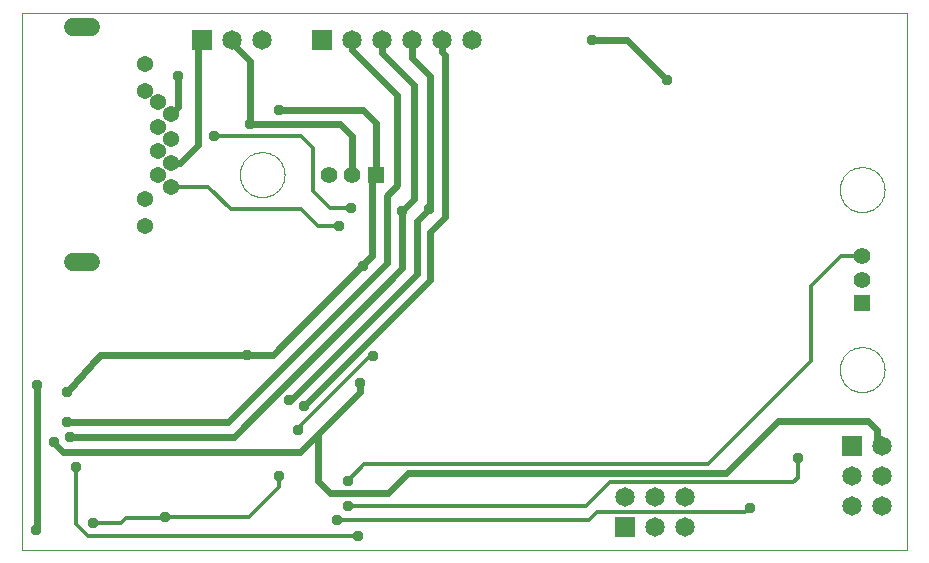
<source format=gbl>
G75*
%MOIN*%
%OFA0B0*%
%FSLAX24Y24*%
%IPPOS*%
%LPD*%
%AMOC8*
5,1,8,0,0,1.08239X$1,22.5*
%
%ADD10C,0.0000*%
%ADD11R,0.0555X0.0555*%
%ADD12C,0.0560*%
%ADD13C,0.0591*%
%ADD14C,0.0540*%
%ADD15R,0.0650X0.0650*%
%ADD16C,0.0650*%
%ADD17C,0.0370*%
%ADD18C,0.0240*%
%ADD19C,0.0120*%
%ADD20C,0.0160*%
D10*
X002304Y000981D02*
X002304Y018851D01*
X031796Y018851D01*
X031796Y000981D01*
X002304Y000981D01*
X009557Y013481D02*
X009559Y013536D01*
X009565Y013590D01*
X009575Y013643D01*
X009589Y013696D01*
X009606Y013748D01*
X009628Y013798D01*
X009653Y013847D01*
X009681Y013893D01*
X009713Y013938D01*
X009748Y013979D01*
X009786Y014019D01*
X009826Y014055D01*
X009869Y014089D01*
X009915Y014119D01*
X009962Y014145D01*
X010012Y014168D01*
X010063Y014188D01*
X010115Y014204D01*
X010168Y014216D01*
X010222Y014224D01*
X010277Y014228D01*
X010331Y014228D01*
X010386Y014224D01*
X010440Y014216D01*
X010493Y014204D01*
X010545Y014188D01*
X010596Y014168D01*
X010646Y014145D01*
X010693Y014119D01*
X010739Y014089D01*
X010782Y014055D01*
X010822Y014019D01*
X010860Y013979D01*
X010895Y013938D01*
X010927Y013893D01*
X010955Y013847D01*
X010980Y013798D01*
X011002Y013748D01*
X011019Y013696D01*
X011033Y013643D01*
X011043Y013590D01*
X011049Y013536D01*
X011051Y013481D01*
X011049Y013426D01*
X011043Y013372D01*
X011033Y013319D01*
X011019Y013266D01*
X011002Y013214D01*
X010980Y013164D01*
X010955Y013115D01*
X010927Y013069D01*
X010895Y013024D01*
X010860Y012983D01*
X010822Y012943D01*
X010782Y012907D01*
X010739Y012873D01*
X010693Y012843D01*
X010646Y012817D01*
X010596Y012794D01*
X010545Y012774D01*
X010493Y012758D01*
X010440Y012746D01*
X010386Y012738D01*
X010331Y012734D01*
X010277Y012734D01*
X010222Y012738D01*
X010168Y012746D01*
X010115Y012758D01*
X010063Y012774D01*
X010012Y012794D01*
X009962Y012817D01*
X009915Y012843D01*
X009869Y012873D01*
X009826Y012907D01*
X009786Y012943D01*
X009748Y012983D01*
X009713Y013024D01*
X009681Y013069D01*
X009653Y013115D01*
X009628Y013164D01*
X009606Y013214D01*
X009589Y013266D01*
X009575Y013319D01*
X009565Y013372D01*
X009559Y013426D01*
X009557Y013481D01*
X029557Y012981D02*
X029559Y013036D01*
X029565Y013090D01*
X029575Y013143D01*
X029589Y013196D01*
X029606Y013248D01*
X029628Y013298D01*
X029653Y013347D01*
X029681Y013393D01*
X029713Y013438D01*
X029748Y013479D01*
X029786Y013519D01*
X029826Y013555D01*
X029869Y013589D01*
X029915Y013619D01*
X029962Y013645D01*
X030012Y013668D01*
X030063Y013688D01*
X030115Y013704D01*
X030168Y013716D01*
X030222Y013724D01*
X030277Y013728D01*
X030331Y013728D01*
X030386Y013724D01*
X030440Y013716D01*
X030493Y013704D01*
X030545Y013688D01*
X030596Y013668D01*
X030646Y013645D01*
X030693Y013619D01*
X030739Y013589D01*
X030782Y013555D01*
X030822Y013519D01*
X030860Y013479D01*
X030895Y013438D01*
X030927Y013393D01*
X030955Y013347D01*
X030980Y013298D01*
X031002Y013248D01*
X031019Y013196D01*
X031033Y013143D01*
X031043Y013090D01*
X031049Y013036D01*
X031051Y012981D01*
X031049Y012926D01*
X031043Y012872D01*
X031033Y012819D01*
X031019Y012766D01*
X031002Y012714D01*
X030980Y012664D01*
X030955Y012615D01*
X030927Y012569D01*
X030895Y012524D01*
X030860Y012483D01*
X030822Y012443D01*
X030782Y012407D01*
X030739Y012373D01*
X030693Y012343D01*
X030646Y012317D01*
X030596Y012294D01*
X030545Y012274D01*
X030493Y012258D01*
X030440Y012246D01*
X030386Y012238D01*
X030331Y012234D01*
X030277Y012234D01*
X030222Y012238D01*
X030168Y012246D01*
X030115Y012258D01*
X030063Y012274D01*
X030012Y012294D01*
X029962Y012317D01*
X029915Y012343D01*
X029869Y012373D01*
X029826Y012407D01*
X029786Y012443D01*
X029748Y012483D01*
X029713Y012524D01*
X029681Y012569D01*
X029653Y012615D01*
X029628Y012664D01*
X029606Y012714D01*
X029589Y012766D01*
X029575Y012819D01*
X029565Y012872D01*
X029559Y012926D01*
X029557Y012981D01*
X029557Y006981D02*
X029559Y007036D01*
X029565Y007090D01*
X029575Y007143D01*
X029589Y007196D01*
X029606Y007248D01*
X029628Y007298D01*
X029653Y007347D01*
X029681Y007393D01*
X029713Y007438D01*
X029748Y007479D01*
X029786Y007519D01*
X029826Y007555D01*
X029869Y007589D01*
X029915Y007619D01*
X029962Y007645D01*
X030012Y007668D01*
X030063Y007688D01*
X030115Y007704D01*
X030168Y007716D01*
X030222Y007724D01*
X030277Y007728D01*
X030331Y007728D01*
X030386Y007724D01*
X030440Y007716D01*
X030493Y007704D01*
X030545Y007688D01*
X030596Y007668D01*
X030646Y007645D01*
X030693Y007619D01*
X030739Y007589D01*
X030782Y007555D01*
X030822Y007519D01*
X030860Y007479D01*
X030895Y007438D01*
X030927Y007393D01*
X030955Y007347D01*
X030980Y007298D01*
X031002Y007248D01*
X031019Y007196D01*
X031033Y007143D01*
X031043Y007090D01*
X031049Y007036D01*
X031051Y006981D01*
X031049Y006926D01*
X031043Y006872D01*
X031033Y006819D01*
X031019Y006766D01*
X031002Y006714D01*
X030980Y006664D01*
X030955Y006615D01*
X030927Y006569D01*
X030895Y006524D01*
X030860Y006483D01*
X030822Y006443D01*
X030782Y006407D01*
X030739Y006373D01*
X030693Y006343D01*
X030646Y006317D01*
X030596Y006294D01*
X030545Y006274D01*
X030493Y006258D01*
X030440Y006246D01*
X030386Y006238D01*
X030331Y006234D01*
X030277Y006234D01*
X030222Y006238D01*
X030168Y006246D01*
X030115Y006258D01*
X030063Y006274D01*
X030012Y006294D01*
X029962Y006317D01*
X029915Y006343D01*
X029869Y006373D01*
X029826Y006407D01*
X029786Y006443D01*
X029748Y006483D01*
X029713Y006524D01*
X029681Y006569D01*
X029653Y006615D01*
X029628Y006664D01*
X029606Y006714D01*
X029589Y006766D01*
X029575Y006819D01*
X029565Y006872D01*
X029559Y006926D01*
X029557Y006981D01*
D11*
X030304Y009194D03*
X014091Y013481D03*
D12*
X013304Y013481D03*
X012517Y013481D03*
X030304Y010768D03*
X030304Y009981D03*
D13*
X004599Y010575D02*
X004009Y010575D01*
X004009Y018386D02*
X004599Y018386D01*
D14*
X006398Y017182D03*
X006398Y016280D03*
X006824Y015886D03*
X007257Y015485D03*
X006824Y015083D03*
X007257Y014682D03*
X006824Y014280D03*
X007257Y013879D03*
X006824Y013477D03*
X007257Y013075D03*
X006398Y012682D03*
X006398Y011780D03*
D15*
X008304Y017981D03*
X012304Y017981D03*
X029954Y004431D03*
X022404Y001731D03*
D16*
X023404Y001731D03*
X024404Y001731D03*
X024404Y002731D03*
X023404Y002731D03*
X022404Y002731D03*
X029954Y002431D03*
X030954Y002431D03*
X030954Y003431D03*
X029954Y003431D03*
X030954Y004431D03*
X017304Y017981D03*
X016304Y017981D03*
X015304Y017981D03*
X014304Y017981D03*
X013304Y017981D03*
X010304Y017981D03*
X009304Y017981D03*
D17*
X007504Y016781D03*
X009904Y015181D03*
X010854Y015631D03*
X008704Y014781D03*
X013254Y012381D03*
X012854Y011781D03*
X014954Y012281D03*
X015854Y012331D03*
X013654Y010431D03*
X014004Y007431D03*
X013554Y006531D03*
X011704Y005781D03*
X011204Y005981D03*
X011504Y004981D03*
X010854Y003431D03*
X012804Y001981D03*
X013154Y002431D03*
X013154Y003281D03*
X013504Y001431D03*
X007054Y002081D03*
X004654Y001881D03*
X002754Y001631D03*
X004104Y003731D03*
X003354Y004581D03*
X003904Y004731D03*
X003804Y005231D03*
X003804Y006231D03*
X002804Y006481D03*
X009804Y007481D03*
X023804Y016631D03*
X021304Y017981D03*
X028154Y004031D03*
X026554Y002381D03*
D18*
X025754Y003531D02*
X015154Y003531D01*
X014504Y002881D01*
X012554Y002881D01*
X012154Y003281D01*
X012154Y004831D01*
X011554Y004231D01*
X003654Y004231D01*
X003354Y004531D01*
X003354Y004581D01*
X003904Y004731D02*
X009354Y004731D01*
X014954Y010381D01*
X014954Y012281D01*
X015354Y012681D01*
X015354Y016481D01*
X014304Y017531D01*
X014304Y017981D01*
X015304Y017981D02*
X015304Y017381D01*
X015904Y016781D01*
X015904Y012481D01*
X015854Y012331D01*
X015454Y011931D01*
X015454Y010181D01*
X011254Y005981D01*
X011204Y005981D01*
X011704Y005781D02*
X015904Y009981D01*
X015904Y011581D01*
X016404Y012081D01*
X016404Y017481D01*
X016304Y017581D01*
X016304Y017981D01*
X014804Y016131D02*
X013304Y017631D01*
X013304Y017981D01*
X014804Y016131D02*
X014804Y013131D01*
X014454Y012781D01*
X014454Y010531D01*
X009154Y005231D01*
X003804Y005231D01*
X003804Y006231D02*
X004904Y007481D01*
X009804Y007481D01*
X010654Y007481D01*
X013779Y010606D01*
X013654Y010431D01*
X013779Y010606D02*
X013954Y010781D01*
X013954Y013344D01*
X014091Y013481D01*
X014091Y015194D01*
X013654Y015631D01*
X010854Y015631D01*
X009904Y015181D02*
X012904Y015181D01*
X013304Y014781D01*
X013304Y013481D01*
X009904Y015181D02*
X009904Y017281D01*
X009404Y017781D01*
X009304Y017981D01*
X008304Y017981D02*
X008154Y017631D01*
X008154Y014481D01*
X007552Y013879D01*
X007257Y013879D01*
X007257Y015485D02*
X007504Y015732D01*
X007504Y016781D01*
X021304Y017981D02*
X022454Y017981D01*
X023804Y016631D01*
X013554Y006531D02*
X013554Y006231D01*
X012154Y004831D01*
X002804Y006481D02*
X002804Y001731D01*
X002754Y001631D01*
X025754Y003531D02*
X027504Y005281D01*
X030504Y005281D01*
X030804Y004981D01*
X030804Y004581D01*
X030954Y004431D01*
D19*
X028154Y004031D02*
X028154Y003381D01*
X028004Y003231D01*
X021904Y003231D01*
X021104Y002431D01*
X013154Y002431D01*
X012804Y001981D02*
X021204Y001981D01*
X021454Y002231D01*
X026404Y002231D01*
X026554Y002381D01*
X025154Y003831D02*
X013704Y003831D01*
X013154Y003281D01*
X010854Y003431D02*
X010854Y003081D01*
X009854Y002081D01*
X007054Y002081D01*
X007004Y002031D02*
X005754Y002031D01*
X005604Y001881D01*
X004654Y001881D01*
X004504Y001431D02*
X004104Y001831D01*
X004104Y003731D01*
X004504Y001431D02*
X013504Y001431D01*
X011504Y004981D02*
X011604Y005081D01*
X011604Y005131D01*
X013904Y007431D01*
X014004Y007431D01*
X012854Y011781D02*
X012154Y011781D01*
X011604Y012331D01*
X009254Y012331D01*
X008504Y013081D01*
X007262Y013081D01*
X007257Y013075D01*
X008704Y014781D02*
X011604Y014781D01*
X012004Y014381D01*
X012004Y012931D01*
X012554Y012381D01*
X013254Y012381D01*
X025154Y003831D02*
X028604Y007281D01*
X028604Y009781D01*
X029591Y010768D01*
X030304Y010768D01*
D20*
X007054Y002081D02*
X007054Y002031D01*
X007004Y002031D01*
M02*

</source>
